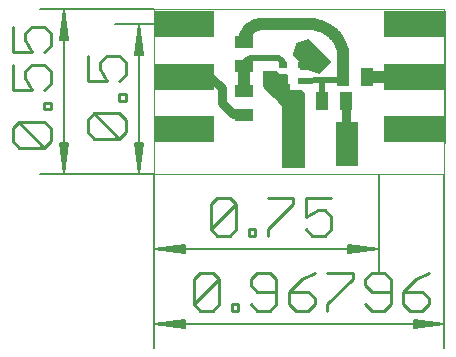
<source format=gtl>
G75*
G70*
%OFA0B0*%
%FSLAX24Y24*%
%IPPOS*%
%LPD*%
%AMOC8*
5,1,8,0,0,1.08239X$1,22.5*
%
%ADD10C,0.0000*%
%ADD11C,0.0051*%
%ADD12C,0.0110*%
%ADD13R,0.0315X0.0236*%
%ADD14R,0.0315X0.0354*%
%ADD15R,0.0600X0.0400*%
%ADD16R,0.2000X0.0900*%
%ADD17R,0.0760X0.1500*%
%ADD18R,0.0400X0.0600*%
%ADD19C,0.0420*%
%ADD20C,0.0300*%
%ADD21C,0.0010*%
%ADD22C,0.0400*%
%ADD23C,0.0200*%
D10*
X005331Y005913D02*
X005331Y011408D01*
X015011Y011408D01*
X015011Y005913D01*
X005331Y005913D01*
X005331Y006963D02*
X005331Y011363D01*
X015018Y011363D02*
X015018Y006963D01*
D11*
X005331Y005913D02*
X005331Y000126D01*
X005331Y000913D02*
X006355Y000787D01*
X006355Y001039D01*
X005331Y000913D01*
X006355Y000811D01*
X006355Y000862D02*
X005331Y000913D01*
X006355Y001015D01*
X006355Y000964D02*
X005331Y000913D01*
X015011Y000913D01*
X013987Y000811D01*
X013987Y000787D02*
X015011Y000913D01*
X013987Y001015D01*
X013987Y001039D02*
X013987Y000787D01*
X013987Y000862D02*
X015011Y000913D01*
X013987Y000964D01*
X013987Y001039D02*
X015011Y000913D01*
X015011Y000126D02*
X015011Y005913D01*
X012831Y005913D02*
X012831Y002626D01*
X012831Y003413D02*
X011807Y003311D01*
X011807Y003287D02*
X012831Y003413D01*
X011807Y003515D01*
X011807Y003539D02*
X011807Y003287D01*
X011807Y003362D02*
X012831Y003413D01*
X011807Y003464D01*
X011807Y003539D02*
X012831Y003413D01*
X005331Y003413D01*
X006355Y003311D01*
X006355Y003287D02*
X005331Y003413D01*
X006355Y003515D01*
X006355Y003539D02*
X006355Y003287D01*
X006355Y003362D02*
X005331Y003413D01*
X006355Y003464D01*
X006355Y003539D02*
X005331Y003413D01*
X005331Y002626D02*
X005331Y005913D01*
X001544Y005913D01*
X002331Y005913D02*
X002433Y006937D01*
X002457Y006937D02*
X002205Y006937D01*
X002331Y005913D01*
X002229Y006937D01*
X002280Y006937D02*
X002331Y005913D01*
X002382Y006937D01*
X002457Y006937D02*
X002331Y005913D01*
X002331Y011413D01*
X002433Y010389D01*
X002457Y010389D02*
X002205Y010389D01*
X002331Y011413D01*
X002229Y010389D01*
X002280Y010389D02*
X002331Y011413D01*
X002382Y010389D01*
X002457Y010389D02*
X002331Y011413D01*
X001544Y011413D02*
X005331Y011413D01*
X005331Y010913D02*
X004044Y010913D01*
X004831Y010913D02*
X004933Y009889D01*
X004957Y009889D02*
X004831Y010913D01*
X004729Y009889D01*
X004705Y009889D02*
X004957Y009889D01*
X004882Y009889D02*
X004831Y010913D01*
X004780Y009889D01*
X004705Y009889D02*
X004831Y010913D01*
X004831Y005913D01*
X004933Y006937D01*
X004957Y006937D02*
X004831Y005913D01*
X004729Y006937D01*
X004705Y006937D02*
X004957Y006937D01*
X004882Y006937D02*
X004831Y005913D01*
X004780Y006937D01*
X004705Y006937D02*
X004831Y005913D01*
X005331Y005913D02*
X004044Y005913D01*
D12*
X004171Y007097D02*
X003325Y007097D01*
X003113Y007309D01*
X003113Y007732D01*
X003325Y007944D01*
X004171Y007097D01*
X004382Y007309D01*
X004382Y007732D01*
X004171Y007944D01*
X003325Y007944D01*
X004171Y008366D02*
X004171Y008578D01*
X004382Y008578D01*
X004382Y008366D01*
X004171Y008366D01*
X004171Y009001D02*
X004382Y009212D01*
X004382Y009635D01*
X004171Y009847D01*
X003748Y009847D01*
X003536Y009635D01*
X003536Y009424D01*
X003748Y009001D01*
X003113Y009001D01*
X003113Y009847D01*
X001882Y010183D02*
X001671Y009971D01*
X001882Y010183D02*
X001882Y010606D01*
X001671Y010817D01*
X001248Y010817D01*
X001036Y010606D01*
X001036Y010394D01*
X001248Y009971D01*
X000613Y009971D01*
X000613Y010817D01*
X000613Y009549D02*
X000613Y008702D01*
X001248Y008702D01*
X001036Y009125D01*
X001036Y009337D01*
X001248Y009549D01*
X001671Y009549D01*
X001882Y009337D01*
X001882Y008914D01*
X001671Y008702D01*
X001671Y008280D02*
X001882Y008280D01*
X001882Y008068D01*
X001671Y008068D01*
X001671Y008280D01*
X001671Y007645D02*
X000825Y007645D01*
X001671Y006799D01*
X001882Y007011D01*
X001882Y007434D01*
X001671Y007645D01*
X000825Y007645D02*
X000613Y007434D01*
X000613Y007011D01*
X000825Y006799D01*
X001671Y006799D01*
X007217Y004919D02*
X007217Y004073D01*
X008063Y004919D01*
X008063Y004073D01*
X007852Y003862D01*
X007429Y003862D01*
X007217Y004073D01*
X008486Y004073D02*
X008486Y003862D01*
X008698Y003862D01*
X008698Y004073D01*
X008486Y004073D01*
X009120Y004073D02*
X009120Y003862D01*
X009120Y004073D02*
X009966Y004919D01*
X009966Y005131D01*
X009120Y005131D01*
X008063Y004919D02*
X007852Y005131D01*
X007429Y005131D01*
X007217Y004919D01*
X010389Y005131D02*
X010389Y004496D01*
X010812Y004708D01*
X011024Y004708D01*
X011235Y004496D01*
X011235Y004073D01*
X011024Y003862D01*
X010601Y003862D01*
X010389Y004073D01*
X010389Y005131D02*
X011235Y005131D01*
X011103Y002631D02*
X011949Y002631D01*
X011949Y002419D01*
X011103Y001573D01*
X011103Y001362D01*
X010680Y001573D02*
X010680Y001785D01*
X010469Y001996D01*
X009834Y001996D01*
X009834Y001573D01*
X010046Y001362D01*
X010469Y001362D01*
X010680Y001573D01*
X010257Y002419D02*
X009834Y001996D01*
X009412Y001996D02*
X008777Y001996D01*
X008566Y002208D01*
X008566Y002419D01*
X008777Y002631D01*
X009200Y002631D01*
X009412Y002419D01*
X009412Y001573D01*
X009200Y001362D01*
X008777Y001362D01*
X008566Y001573D01*
X008143Y001573D02*
X008143Y001362D01*
X007931Y001362D01*
X007931Y001573D01*
X008143Y001573D01*
X007508Y001573D02*
X007297Y001362D01*
X006874Y001362D01*
X006662Y001573D01*
X007508Y002419D01*
X007508Y001573D01*
X006662Y001573D02*
X006662Y002419D01*
X006874Y002631D01*
X007297Y002631D01*
X007508Y002419D01*
X010257Y002419D02*
X010680Y002631D01*
X012372Y002419D02*
X012372Y002208D01*
X012584Y001996D01*
X013218Y001996D01*
X013641Y001996D02*
X014275Y001996D01*
X014487Y001785D01*
X014487Y001573D01*
X014275Y001362D01*
X013852Y001362D01*
X013641Y001573D01*
X013641Y001996D01*
X014064Y002419D01*
X014487Y002631D01*
X013218Y002419D02*
X013007Y002631D01*
X012584Y002631D01*
X012372Y002419D01*
X013218Y002419D02*
X013218Y001573D01*
X013007Y001362D01*
X012584Y001362D01*
X012372Y001573D01*
D13*
X010271Y009032D03*
X010271Y009544D03*
X009641Y009544D03*
D14*
X009641Y009091D03*
D15*
X008331Y008688D03*
X008331Y007888D03*
X008331Y009513D03*
X008331Y010313D03*
D16*
X006341Y010903D03*
X006341Y009163D03*
X006341Y007423D03*
X014008Y007423D03*
X014008Y009163D03*
X014008Y010903D03*
D17*
X011768Y006913D03*
X009956Y006913D03*
D18*
X010931Y008350D03*
X011731Y008350D03*
X011618Y009163D03*
X012418Y009163D03*
D19*
X010706Y009663D03*
X010331Y010038D03*
X009206Y009038D03*
X009581Y008663D03*
X009956Y008225D03*
X009956Y007600D03*
X006331Y007288D03*
X005706Y007288D03*
X005768Y010913D03*
X006331Y010913D03*
X014018Y010913D03*
X014643Y010913D03*
X014643Y007413D03*
X014018Y007413D03*
D20*
X011768Y006913D02*
X011731Y006950D01*
X011731Y008350D01*
X008331Y007888D02*
X008306Y007913D01*
X007956Y007913D01*
X007581Y008288D01*
X007581Y008788D01*
X007206Y009163D01*
X006341Y009163D01*
X006341Y007423D02*
X006341Y007298D01*
X006331Y007288D01*
X005706Y007288D01*
D21*
X008956Y008850D02*
X008956Y009350D01*
X009393Y009350D01*
X009518Y009225D01*
X009768Y009225D01*
X008956Y009225D01*
X008956Y009217D02*
X009768Y009217D01*
X009768Y009225D02*
X009768Y008913D01*
X009831Y008913D01*
X009831Y008413D01*
X009831Y008725D01*
X010206Y008725D01*
X010331Y008600D01*
X010331Y006163D01*
X009581Y006163D01*
X009581Y008225D01*
X009456Y008350D01*
X009768Y008350D01*
X009831Y008413D01*
X009768Y008350D01*
X009456Y008350D01*
X008956Y008850D01*
X008956Y008851D02*
X009831Y008851D01*
X009831Y008843D02*
X008964Y008843D01*
X008972Y008834D02*
X009831Y008834D01*
X009831Y008826D02*
X008981Y008826D01*
X008989Y008817D02*
X009831Y008817D01*
X009831Y008809D02*
X008998Y008809D01*
X009006Y008800D02*
X009831Y008800D01*
X009831Y008792D02*
X009015Y008792D01*
X009023Y008783D02*
X009831Y008783D01*
X009831Y008775D02*
X009032Y008775D01*
X009040Y008766D02*
X009831Y008766D01*
X009831Y008758D02*
X009049Y008758D01*
X009057Y008749D02*
X009831Y008749D01*
X009831Y008741D02*
X009066Y008741D01*
X009074Y008732D02*
X009831Y008732D01*
X009831Y008724D02*
X010208Y008724D01*
X010216Y008715D02*
X009831Y008715D01*
X009091Y008715D01*
X009083Y008724D02*
X009831Y008724D01*
X009831Y008707D02*
X010225Y008707D01*
X010233Y008698D02*
X009831Y008698D01*
X009108Y008698D01*
X009100Y008707D02*
X009831Y008707D01*
X009831Y008690D02*
X010242Y008690D01*
X010250Y008681D02*
X009831Y008681D01*
X009125Y008681D01*
X009117Y008690D02*
X009831Y008690D01*
X009831Y008673D02*
X010259Y008673D01*
X010267Y008664D02*
X009831Y008664D01*
X009142Y008664D01*
X009134Y008673D02*
X009831Y008673D01*
X009831Y008656D02*
X010276Y008656D01*
X010284Y008647D02*
X009831Y008647D01*
X009159Y008647D01*
X009151Y008656D02*
X009831Y008656D01*
X009831Y008639D02*
X010293Y008639D01*
X010301Y008630D02*
X009831Y008630D01*
X009176Y008630D01*
X009168Y008639D02*
X009831Y008639D01*
X009831Y008622D02*
X010310Y008622D01*
X010318Y008613D02*
X009831Y008613D01*
X009193Y008613D01*
X009185Y008622D02*
X009831Y008622D01*
X009831Y008605D02*
X010327Y008605D01*
X010331Y008596D02*
X009831Y008596D01*
X009210Y008596D01*
X009202Y008605D02*
X009831Y008605D01*
X009831Y008588D02*
X010331Y008588D01*
X010331Y008579D02*
X009831Y008579D01*
X009227Y008579D01*
X009219Y008588D02*
X009831Y008588D01*
X009831Y008571D02*
X010331Y008571D01*
X010331Y008562D02*
X009831Y008562D01*
X009244Y008562D01*
X009236Y008571D02*
X009831Y008571D01*
X009831Y008554D02*
X010331Y008554D01*
X010331Y008545D02*
X009831Y008545D01*
X009261Y008545D01*
X009253Y008554D02*
X009831Y008554D01*
X009831Y008537D02*
X010331Y008537D01*
X010331Y008528D02*
X009831Y008528D01*
X009278Y008528D01*
X009270Y008537D02*
X009831Y008537D01*
X009831Y008520D02*
X010331Y008520D01*
X010331Y008511D02*
X009831Y008511D01*
X009295Y008511D01*
X009287Y008520D02*
X009831Y008520D01*
X009831Y008503D02*
X010331Y008503D01*
X010331Y008494D02*
X009831Y008494D01*
X009312Y008494D01*
X009304Y008503D02*
X009831Y008503D01*
X009831Y008486D02*
X010331Y008486D01*
X010331Y008477D02*
X009831Y008477D01*
X009329Y008477D01*
X009321Y008486D02*
X009831Y008486D01*
X009831Y008469D02*
X010331Y008469D01*
X010331Y008460D02*
X009831Y008460D01*
X009346Y008460D01*
X009338Y008469D02*
X009831Y008469D01*
X009831Y008452D02*
X010331Y008452D01*
X010331Y008443D02*
X009831Y008443D01*
X009363Y008443D01*
X009355Y008452D02*
X009831Y008452D01*
X009831Y008435D02*
X010331Y008435D01*
X010331Y008426D02*
X009831Y008426D01*
X009380Y008426D01*
X009372Y008435D02*
X009831Y008435D01*
X009831Y008418D02*
X010331Y008418D01*
X010331Y008409D02*
X009827Y008409D01*
X009397Y008409D01*
X009389Y008418D02*
X009831Y008418D01*
X009819Y008401D02*
X010331Y008401D01*
X010331Y008392D02*
X009810Y008392D01*
X009414Y008392D01*
X009406Y008401D02*
X009819Y008401D01*
X009802Y008384D02*
X010331Y008384D01*
X010331Y008375D02*
X009793Y008375D01*
X009431Y008375D01*
X009423Y008384D02*
X009802Y008384D01*
X009785Y008367D02*
X010331Y008367D01*
X010331Y008358D02*
X009776Y008358D01*
X009448Y008358D01*
X009440Y008367D02*
X009785Y008367D01*
X009576Y008231D02*
X010331Y008231D01*
X010331Y008239D02*
X009567Y008239D01*
X009559Y008248D02*
X010331Y008248D01*
X010331Y008256D02*
X009550Y008256D01*
X009542Y008265D02*
X010331Y008265D01*
X010331Y008273D02*
X009533Y008273D01*
X009525Y008282D02*
X010331Y008282D01*
X010331Y008290D02*
X009516Y008290D01*
X009508Y008299D02*
X010331Y008299D01*
X010331Y008307D02*
X009499Y008307D01*
X009491Y008316D02*
X010331Y008316D01*
X010331Y008324D02*
X009482Y008324D01*
X009474Y008333D02*
X010331Y008333D01*
X010331Y008341D02*
X009465Y008341D01*
X009457Y008350D02*
X010331Y008350D01*
X010331Y008222D02*
X009581Y008222D01*
X009581Y008214D02*
X010331Y008214D01*
X010331Y008205D02*
X009581Y008205D01*
X009581Y008197D02*
X010331Y008197D01*
X010331Y008188D02*
X009581Y008188D01*
X009581Y008180D02*
X010331Y008180D01*
X010331Y008171D02*
X009581Y008171D01*
X009581Y008163D02*
X010331Y008163D01*
X010331Y008154D02*
X009581Y008154D01*
X009581Y008146D02*
X010331Y008146D01*
X010331Y008137D02*
X009581Y008137D01*
X009581Y008129D02*
X010331Y008129D01*
X010331Y008120D02*
X009581Y008120D01*
X009581Y008112D02*
X010331Y008112D01*
X010331Y008103D02*
X009581Y008103D01*
X009581Y008095D02*
X010331Y008095D01*
X010331Y008086D02*
X009581Y008086D01*
X009581Y008078D02*
X010331Y008078D01*
X010331Y008069D02*
X009581Y008069D01*
X009581Y008061D02*
X010331Y008061D01*
X010331Y008052D02*
X009581Y008052D01*
X009581Y008044D02*
X010331Y008044D01*
X010331Y008035D02*
X009581Y008035D01*
X009581Y008027D02*
X010331Y008027D01*
X010331Y008018D02*
X009581Y008018D01*
X009581Y008010D02*
X010331Y008010D01*
X010331Y008001D02*
X009581Y008001D01*
X009581Y007993D02*
X010331Y007993D01*
X010331Y007984D02*
X009581Y007984D01*
X009581Y007976D02*
X010331Y007976D01*
X010331Y007967D02*
X009581Y007967D01*
X009581Y007959D02*
X010331Y007959D01*
X010331Y007950D02*
X009581Y007950D01*
X009581Y007942D02*
X010331Y007942D01*
X010331Y007933D02*
X009581Y007933D01*
X009581Y007925D02*
X010331Y007925D01*
X010331Y007916D02*
X009581Y007916D01*
X009581Y007908D02*
X010331Y007908D01*
X010331Y007899D02*
X009581Y007899D01*
X009581Y007891D02*
X010331Y007891D01*
X010331Y007882D02*
X009581Y007882D01*
X009581Y007874D02*
X010331Y007874D01*
X010331Y007865D02*
X009581Y007865D01*
X009581Y007857D02*
X010331Y007857D01*
X010331Y007848D02*
X009581Y007848D01*
X009581Y007840D02*
X010331Y007840D01*
X010331Y007831D02*
X009581Y007831D01*
X009581Y007823D02*
X010331Y007823D01*
X010331Y007814D02*
X009581Y007814D01*
X009581Y007806D02*
X010331Y007806D01*
X010331Y007797D02*
X009581Y007797D01*
X009581Y007789D02*
X010331Y007789D01*
X010331Y007780D02*
X009581Y007780D01*
X009581Y007772D02*
X010331Y007772D01*
X010331Y007763D02*
X009581Y007763D01*
X009581Y007755D02*
X010331Y007755D01*
X010331Y007746D02*
X009581Y007746D01*
X009581Y007738D02*
X010331Y007738D01*
X010331Y007729D02*
X009581Y007729D01*
X009581Y007721D02*
X010331Y007721D01*
X010331Y007712D02*
X009581Y007712D01*
X009581Y007704D02*
X010331Y007704D01*
X010331Y007695D02*
X009581Y007695D01*
X009581Y007687D02*
X010331Y007687D01*
X010331Y007678D02*
X009581Y007678D01*
X009581Y007670D02*
X010331Y007670D01*
X010331Y007661D02*
X009581Y007661D01*
X009581Y007653D02*
X010331Y007653D01*
X010331Y007644D02*
X009581Y007644D01*
X009581Y007636D02*
X010331Y007636D01*
X010331Y007627D02*
X009581Y007627D01*
X009581Y007619D02*
X010331Y007619D01*
X010331Y007610D02*
X009581Y007610D01*
X009581Y007602D02*
X010331Y007602D01*
X010331Y007593D02*
X009581Y007593D01*
X009581Y007585D02*
X010331Y007585D01*
X010331Y007576D02*
X009581Y007576D01*
X009581Y007568D02*
X010331Y007568D01*
X010331Y007559D02*
X009581Y007559D01*
X009581Y007551D02*
X010331Y007551D01*
X010331Y007542D02*
X009581Y007542D01*
X009581Y007534D02*
X010331Y007534D01*
X010331Y007525D02*
X009581Y007525D01*
X009581Y007517D02*
X010331Y007517D01*
X010331Y007508D02*
X009581Y007508D01*
X009581Y007500D02*
X010331Y007500D01*
X010331Y007491D02*
X009581Y007491D01*
X009581Y007483D02*
X010331Y007483D01*
X010331Y007474D02*
X009581Y007474D01*
X009581Y007466D02*
X010331Y007466D01*
X010331Y007457D02*
X009581Y007457D01*
X009581Y007449D02*
X010331Y007449D01*
X010331Y007440D02*
X009581Y007440D01*
X009581Y007432D02*
X010331Y007432D01*
X010331Y007423D02*
X009581Y007423D01*
X009581Y007415D02*
X010331Y007415D01*
X010331Y007406D02*
X009581Y007406D01*
X009581Y007398D02*
X010331Y007398D01*
X010331Y007389D02*
X009581Y007389D01*
X009581Y007381D02*
X010331Y007381D01*
X010331Y007372D02*
X009581Y007372D01*
X009581Y007364D02*
X010331Y007364D01*
X010331Y007355D02*
X009581Y007355D01*
X009581Y007347D02*
X010331Y007347D01*
X010331Y007338D02*
X009581Y007338D01*
X009581Y007330D02*
X010331Y007330D01*
X010331Y007321D02*
X009581Y007321D01*
X009581Y007313D02*
X010331Y007313D01*
X010331Y007304D02*
X009581Y007304D01*
X009581Y007296D02*
X010331Y007296D01*
X010331Y007287D02*
X009581Y007287D01*
X009581Y007279D02*
X010331Y007279D01*
X010331Y007270D02*
X009581Y007270D01*
X009581Y007262D02*
X010331Y007262D01*
X010331Y007253D02*
X009581Y007253D01*
X009581Y007245D02*
X010331Y007245D01*
X010331Y007236D02*
X009581Y007236D01*
X009581Y007228D02*
X010331Y007228D01*
X010331Y007219D02*
X009581Y007219D01*
X009581Y007211D02*
X010331Y007211D01*
X010331Y007202D02*
X009581Y007202D01*
X009581Y007194D02*
X010331Y007194D01*
X010331Y007185D02*
X009581Y007185D01*
X009581Y007176D02*
X010331Y007176D01*
X010331Y007168D02*
X009581Y007168D01*
X009581Y007159D02*
X010331Y007159D01*
X010331Y007151D02*
X009581Y007151D01*
X009581Y007142D02*
X010331Y007142D01*
X010331Y007134D02*
X009581Y007134D01*
X009581Y007125D02*
X010331Y007125D01*
X010331Y007117D02*
X009581Y007117D01*
X009581Y007108D02*
X010331Y007108D01*
X010331Y007100D02*
X009581Y007100D01*
X009581Y007091D02*
X010331Y007091D01*
X010331Y007083D02*
X009581Y007083D01*
X009581Y007074D02*
X010331Y007074D01*
X010331Y007066D02*
X009581Y007066D01*
X009581Y007057D02*
X010331Y007057D01*
X010331Y007049D02*
X009581Y007049D01*
X009581Y007040D02*
X010331Y007040D01*
X010331Y007032D02*
X009581Y007032D01*
X009581Y007023D02*
X010331Y007023D01*
X010331Y007015D02*
X009581Y007015D01*
X009581Y007006D02*
X010331Y007006D01*
X010331Y006998D02*
X009581Y006998D01*
X009581Y006989D02*
X010331Y006989D01*
X010331Y006981D02*
X009581Y006981D01*
X009581Y006972D02*
X010331Y006972D01*
X010331Y006964D02*
X009581Y006964D01*
X009581Y006955D02*
X010331Y006955D01*
X010331Y006947D02*
X009581Y006947D01*
X009581Y006938D02*
X010331Y006938D01*
X010331Y006930D02*
X009581Y006930D01*
X009581Y006921D02*
X010331Y006921D01*
X010331Y006913D02*
X009581Y006913D01*
X009581Y006904D02*
X010331Y006904D01*
X010331Y006896D02*
X009581Y006896D01*
X009581Y006887D02*
X010331Y006887D01*
X010331Y006879D02*
X009581Y006879D01*
X009581Y006870D02*
X010331Y006870D01*
X010331Y006862D02*
X009581Y006862D01*
X009581Y006853D02*
X010331Y006853D01*
X010331Y006845D02*
X009581Y006845D01*
X009581Y006836D02*
X010331Y006836D01*
X010331Y006828D02*
X009581Y006828D01*
X009581Y006819D02*
X010331Y006819D01*
X010331Y006811D02*
X009581Y006811D01*
X009581Y006802D02*
X010331Y006802D01*
X010331Y006794D02*
X009581Y006794D01*
X009581Y006785D02*
X010331Y006785D01*
X010331Y006777D02*
X009581Y006777D01*
X009581Y006768D02*
X010331Y006768D01*
X010331Y006760D02*
X009581Y006760D01*
X009581Y006751D02*
X010331Y006751D01*
X010331Y006743D02*
X009581Y006743D01*
X009581Y006734D02*
X010331Y006734D01*
X010331Y006726D02*
X009581Y006726D01*
X009581Y006717D02*
X010331Y006717D01*
X010331Y006709D02*
X009581Y006709D01*
X009581Y006700D02*
X010331Y006700D01*
X010331Y006692D02*
X009581Y006692D01*
X009581Y006683D02*
X010331Y006683D01*
X010331Y006675D02*
X009581Y006675D01*
X009581Y006666D02*
X010331Y006666D01*
X010331Y006658D02*
X009581Y006658D01*
X009581Y006649D02*
X010331Y006649D01*
X010331Y006641D02*
X009581Y006641D01*
X009581Y006632D02*
X010331Y006632D01*
X010331Y006624D02*
X009581Y006624D01*
X009581Y006615D02*
X010331Y006615D01*
X010331Y006607D02*
X009581Y006607D01*
X009581Y006598D02*
X010331Y006598D01*
X010331Y006590D02*
X009581Y006590D01*
X009581Y006581D02*
X010331Y006581D01*
X010331Y006573D02*
X009581Y006573D01*
X009581Y006564D02*
X010331Y006564D01*
X010331Y006556D02*
X009581Y006556D01*
X009581Y006547D02*
X010331Y006547D01*
X010331Y006539D02*
X009581Y006539D01*
X009581Y006530D02*
X010331Y006530D01*
X010331Y006522D02*
X009581Y006522D01*
X009581Y006513D02*
X010331Y006513D01*
X010331Y006505D02*
X009581Y006505D01*
X009581Y006496D02*
X010331Y006496D01*
X010331Y006488D02*
X009581Y006488D01*
X009581Y006479D02*
X010331Y006479D01*
X010331Y006471D02*
X009581Y006471D01*
X009581Y006462D02*
X010331Y006462D01*
X010331Y006454D02*
X009581Y006454D01*
X009581Y006445D02*
X010331Y006445D01*
X010331Y006437D02*
X009581Y006437D01*
X009581Y006428D02*
X010331Y006428D01*
X010331Y006420D02*
X009581Y006420D01*
X009581Y006411D02*
X010331Y006411D01*
X010331Y006403D02*
X009581Y006403D01*
X009581Y006394D02*
X010331Y006394D01*
X010331Y006386D02*
X009581Y006386D01*
X009581Y006377D02*
X010331Y006377D01*
X010331Y006369D02*
X009581Y006369D01*
X009581Y006360D02*
X010331Y006360D01*
X010331Y006352D02*
X009581Y006352D01*
X009581Y006343D02*
X010331Y006343D01*
X010331Y006335D02*
X009581Y006335D01*
X009581Y006326D02*
X010331Y006326D01*
X010331Y006318D02*
X009581Y006318D01*
X009581Y006309D02*
X010331Y006309D01*
X010331Y006301D02*
X009581Y006301D01*
X009581Y006292D02*
X010331Y006292D01*
X010331Y006284D02*
X009581Y006284D01*
X009581Y006275D02*
X010331Y006275D01*
X010331Y006267D02*
X009581Y006267D01*
X009581Y006258D02*
X010331Y006258D01*
X010331Y006250D02*
X009581Y006250D01*
X009581Y006241D02*
X010331Y006241D01*
X010331Y006233D02*
X009581Y006233D01*
X009581Y006224D02*
X010331Y006224D01*
X010331Y006216D02*
X009581Y006216D01*
X009581Y006207D02*
X010331Y006207D01*
X010331Y006199D02*
X009581Y006199D01*
X009581Y006190D02*
X010331Y006190D01*
X010331Y006182D02*
X009581Y006182D01*
X009581Y006173D02*
X010331Y006173D01*
X010331Y006165D02*
X009581Y006165D01*
X009831Y008860D02*
X008956Y008860D01*
X008956Y008868D02*
X009831Y008868D01*
X009831Y008877D02*
X008956Y008877D01*
X008956Y008885D02*
X009831Y008885D01*
X009831Y008894D02*
X008956Y008894D01*
X008956Y008902D02*
X009831Y008902D01*
X009831Y008911D02*
X008956Y008911D01*
X008956Y008919D02*
X009768Y008919D01*
X009768Y008928D02*
X008956Y008928D01*
X008956Y008936D02*
X009768Y008936D01*
X009768Y008945D02*
X008956Y008945D01*
X008956Y008953D02*
X009768Y008953D01*
X009768Y008962D02*
X008956Y008962D01*
X008956Y008970D02*
X009768Y008970D01*
X009768Y008979D02*
X008956Y008979D01*
X008956Y008987D02*
X009768Y008987D01*
X009768Y008996D02*
X008956Y008996D01*
X008956Y009004D02*
X009768Y009004D01*
X009768Y009013D02*
X008956Y009013D01*
X008956Y009021D02*
X009768Y009021D01*
X009768Y009030D02*
X008956Y009030D01*
X008956Y009038D02*
X009768Y009038D01*
X009768Y009047D02*
X008956Y009047D01*
X008956Y009055D02*
X009768Y009055D01*
X009768Y009064D02*
X008956Y009064D01*
X008956Y009072D02*
X009768Y009072D01*
X009768Y009081D02*
X008956Y009081D01*
X008956Y009089D02*
X009768Y009089D01*
X009768Y009098D02*
X008956Y009098D01*
X008956Y009106D02*
X009768Y009106D01*
X009768Y009115D02*
X008956Y009115D01*
X008956Y009123D02*
X009768Y009123D01*
X009768Y009132D02*
X008956Y009132D01*
X008956Y009140D02*
X009768Y009140D01*
X009768Y009149D02*
X008956Y009149D01*
X008956Y009157D02*
X009768Y009157D01*
X009768Y009166D02*
X008956Y009166D01*
X008956Y009174D02*
X009768Y009174D01*
X009768Y009183D02*
X008956Y009183D01*
X008956Y009191D02*
X009768Y009191D01*
X009768Y009200D02*
X008956Y009200D01*
X008956Y009208D02*
X009768Y009208D01*
X009510Y009234D02*
X008956Y009234D01*
X008956Y009242D02*
X009502Y009242D01*
X009493Y009251D02*
X008956Y009251D01*
X008956Y009259D02*
X009485Y009259D01*
X009476Y009268D02*
X008956Y009268D01*
X008956Y009276D02*
X009468Y009276D01*
X009459Y009285D02*
X008956Y009285D01*
X008956Y009293D02*
X009451Y009293D01*
X009442Y009302D02*
X008956Y009302D01*
X008956Y009310D02*
X009434Y009310D01*
X009425Y009319D02*
X008956Y009319D01*
X008956Y009327D02*
X009417Y009327D01*
X009408Y009336D02*
X008956Y009336D01*
X008956Y009344D02*
X009400Y009344D01*
X010066Y009803D02*
X011066Y009803D01*
X011074Y009795D02*
X010074Y009795D01*
X010083Y009786D02*
X011083Y009786D01*
X011091Y009778D02*
X010091Y009778D01*
X010100Y009769D02*
X011100Y009769D01*
X011108Y009761D02*
X010108Y009761D01*
X010117Y009752D02*
X011117Y009752D01*
X011125Y009744D02*
X010125Y009744D01*
X010134Y009735D02*
X011134Y009735D01*
X011142Y009727D02*
X010142Y009727D01*
X010151Y009718D02*
X011151Y009718D01*
X011159Y009710D02*
X010159Y009710D01*
X010168Y009701D02*
X011168Y009701D01*
X011176Y009693D02*
X010176Y009693D01*
X010185Y009684D02*
X011185Y009684D01*
X011193Y009676D02*
X010193Y009676D01*
X010202Y009667D02*
X011202Y009667D01*
X011206Y009663D02*
X010831Y009288D01*
X010456Y009413D01*
X010206Y009413D01*
X010206Y009663D01*
X009956Y009913D01*
X010081Y010288D01*
X010456Y010413D01*
X011206Y009663D01*
X011202Y009659D02*
X010206Y009659D01*
X010206Y009650D02*
X011193Y009650D01*
X011185Y009642D02*
X010206Y009642D01*
X010206Y009633D02*
X011176Y009633D01*
X011168Y009625D02*
X010206Y009625D01*
X010206Y009616D02*
X011159Y009616D01*
X011151Y009608D02*
X010206Y009608D01*
X010206Y009599D02*
X011142Y009599D01*
X011134Y009591D02*
X010206Y009591D01*
X010206Y009582D02*
X011125Y009582D01*
X011117Y009574D02*
X010206Y009574D01*
X010206Y009565D02*
X011108Y009565D01*
X011100Y009557D02*
X010206Y009557D01*
X010206Y009548D02*
X011091Y009548D01*
X011083Y009540D02*
X010206Y009540D01*
X010206Y009531D02*
X011074Y009531D01*
X011066Y009523D02*
X010206Y009523D01*
X010206Y009514D02*
X011057Y009514D01*
X011049Y009506D02*
X010206Y009506D01*
X010206Y009497D02*
X011040Y009497D01*
X011032Y009489D02*
X010206Y009489D01*
X010206Y009480D02*
X011023Y009480D01*
X011015Y009472D02*
X010206Y009472D01*
X010206Y009463D02*
X011006Y009463D01*
X010998Y009455D02*
X010206Y009455D01*
X010206Y009446D02*
X010989Y009446D01*
X010981Y009438D02*
X010206Y009438D01*
X010206Y009429D02*
X010972Y009429D01*
X010964Y009421D02*
X010206Y009421D01*
X010459Y009412D02*
X010955Y009412D01*
X010947Y009404D02*
X010484Y009404D01*
X010510Y009395D02*
X010938Y009395D01*
X010930Y009387D02*
X010535Y009387D01*
X010561Y009378D02*
X010921Y009378D01*
X010913Y009370D02*
X010586Y009370D01*
X010612Y009361D02*
X010904Y009361D01*
X010896Y009353D02*
X010637Y009353D01*
X010663Y009344D02*
X010887Y009344D01*
X010879Y009336D02*
X010688Y009336D01*
X010714Y009327D02*
X010870Y009327D01*
X010862Y009319D02*
X010739Y009319D01*
X010765Y009310D02*
X010853Y009310D01*
X010845Y009302D02*
X010790Y009302D01*
X010816Y009293D02*
X010836Y009293D01*
X011057Y009812D02*
X010057Y009812D01*
X010049Y009820D02*
X011049Y009820D01*
X011040Y009829D02*
X010040Y009829D01*
X010032Y009837D02*
X011032Y009837D01*
X011023Y009846D02*
X010023Y009846D01*
X010015Y009854D02*
X011015Y009854D01*
X011006Y009863D02*
X010006Y009863D01*
X009998Y009871D02*
X010998Y009871D01*
X010989Y009880D02*
X009989Y009880D01*
X009981Y009888D02*
X010981Y009888D01*
X010972Y009897D02*
X009972Y009897D01*
X009964Y009905D02*
X010964Y009905D01*
X010955Y009914D02*
X009956Y009914D01*
X009959Y009922D02*
X010947Y009922D01*
X010938Y009931D02*
X009962Y009931D01*
X009965Y009939D02*
X010930Y009939D01*
X010921Y009948D02*
X009968Y009948D01*
X009970Y009956D02*
X010913Y009956D01*
X010904Y009965D02*
X009973Y009965D01*
X009976Y009973D02*
X010896Y009973D01*
X010887Y009982D02*
X009979Y009982D01*
X009982Y009990D02*
X010879Y009990D01*
X010870Y009999D02*
X009985Y009999D01*
X009987Y010007D02*
X010862Y010007D01*
X010853Y010016D02*
X009990Y010016D01*
X009993Y010024D02*
X010845Y010024D01*
X010836Y010033D02*
X009996Y010033D01*
X009999Y010041D02*
X010828Y010041D01*
X010819Y010050D02*
X010002Y010050D01*
X010004Y010058D02*
X010811Y010058D01*
X010802Y010067D02*
X010007Y010067D01*
X010010Y010075D02*
X010794Y010075D01*
X010785Y010084D02*
X010013Y010084D01*
X010016Y010092D02*
X010777Y010092D01*
X010768Y010101D02*
X010019Y010101D01*
X010021Y010109D02*
X010760Y010109D01*
X010751Y010118D02*
X010024Y010118D01*
X010027Y010126D02*
X010743Y010126D01*
X010734Y010135D02*
X010030Y010135D01*
X010033Y010143D02*
X010726Y010143D01*
X010717Y010152D02*
X010036Y010152D01*
X010038Y010160D02*
X010709Y010160D01*
X010700Y010169D02*
X010041Y010169D01*
X010044Y010177D02*
X010692Y010177D01*
X010683Y010186D02*
X010047Y010186D01*
X010050Y010194D02*
X010675Y010194D01*
X010666Y010203D02*
X010053Y010203D01*
X010055Y010211D02*
X010658Y010211D01*
X010649Y010220D02*
X010058Y010220D01*
X010061Y010228D02*
X010641Y010228D01*
X010632Y010237D02*
X010064Y010237D01*
X010067Y010245D02*
X010624Y010245D01*
X010615Y010254D02*
X010070Y010254D01*
X010072Y010262D02*
X010607Y010262D01*
X010598Y010271D02*
X010075Y010271D01*
X010078Y010279D02*
X010590Y010279D01*
X010581Y010288D02*
X010081Y010288D01*
X010105Y010296D02*
X010573Y010296D01*
X010564Y010305D02*
X010131Y010305D01*
X010156Y010313D02*
X010556Y010313D01*
X010547Y010322D02*
X010182Y010322D01*
X010207Y010330D02*
X010539Y010330D01*
X010530Y010339D02*
X010233Y010339D01*
X010258Y010347D02*
X010522Y010347D01*
X010513Y010356D02*
X010284Y010356D01*
X010309Y010364D02*
X010505Y010364D01*
X010496Y010373D02*
X010335Y010373D01*
X010360Y010381D02*
X010488Y010381D01*
X010479Y010390D02*
X010386Y010390D01*
X010411Y010398D02*
X010471Y010398D01*
X010462Y010407D02*
X010437Y010407D01*
D22*
X010518Y010913D02*
X008931Y010913D01*
X008884Y010911D01*
X008837Y010906D01*
X008791Y010896D01*
X008746Y010884D01*
X008701Y010867D01*
X008659Y010848D01*
X008618Y010825D01*
X008578Y010798D01*
X008541Y010769D01*
X008507Y010737D01*
X008475Y010703D01*
X008446Y010666D01*
X008419Y010626D01*
X008396Y010585D01*
X008377Y010543D01*
X008360Y010498D01*
X008348Y010453D01*
X008338Y010407D01*
X008333Y010360D01*
X008331Y010313D01*
X008331Y009513D02*
X008331Y008688D01*
X010518Y010913D02*
X010584Y010911D01*
X010649Y010905D01*
X010714Y010896D01*
X010778Y010883D01*
X010841Y010866D01*
X010904Y010845D01*
X010965Y010821D01*
X011024Y010793D01*
X011082Y010762D01*
X011138Y010727D01*
X011191Y010690D01*
X011243Y010649D01*
X011292Y010605D01*
X011338Y010559D01*
X011382Y010510D01*
X011422Y010458D01*
X011460Y010405D01*
X011494Y010349D01*
X011526Y010291D01*
X011553Y010232D01*
X011577Y010171D01*
X011598Y010108D01*
X011615Y010045D01*
X011628Y009981D01*
X011638Y009916D01*
X011643Y009850D01*
X011618Y009163D01*
X012418Y009163D02*
X014008Y009163D01*
D23*
X011618Y009163D02*
X011493Y009038D01*
X011331Y009038D01*
X010955Y009036D01*
X010931Y009012D01*
X010931Y008350D01*
X010955Y009036D02*
X010271Y009032D01*
X009641Y009544D02*
X009639Y009573D01*
X009634Y009602D01*
X009625Y009631D01*
X009613Y009657D01*
X009598Y009683D01*
X009580Y009706D01*
X009559Y009727D01*
X009536Y009745D01*
X009510Y009760D01*
X009484Y009772D01*
X009455Y009781D01*
X009426Y009786D01*
X009397Y009788D01*
X009393Y009788D01*
X008606Y009788D01*
X008575Y009786D01*
X008545Y009781D01*
X008515Y009773D01*
X008487Y009761D01*
X008460Y009746D01*
X008435Y009728D01*
X008412Y009707D01*
X008391Y009684D01*
X008373Y009659D01*
X008358Y009632D01*
X008346Y009604D01*
X008338Y009574D01*
X008333Y009544D01*
X008331Y009513D01*
M02*

</source>
